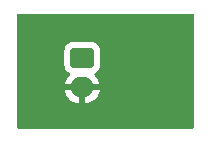
<source format=gbr>
%TF.GenerationSoftware,KiCad,Pcbnew,(6.0.5)*%
%TF.CreationDate,2022-06-04T17:41:56+02:00*%
%TF.ProjectId,KibotTest,4b69626f-7454-4657-9374-2e6b69636164,rev?*%
%TF.SameCoordinates,Original*%
%TF.FileFunction,Copper,L2,Bot*%
%TF.FilePolarity,Positive*%
%FSLAX46Y46*%
G04 Gerber Fmt 4.6, Leading zero omitted, Abs format (unit mm)*
G04 Created by KiCad (PCBNEW (6.0.5)) date 2022-06-04 17:41:56*
%MOMM*%
%LPD*%
G01*
G04 APERTURE LIST*
G04 Aperture macros list*
%AMRoundRect*
0 Rectangle with rounded corners*
0 $1 Rounding radius*
0 $2 $3 $4 $5 $6 $7 $8 $9 X,Y pos of 4 corners*
0 Add a 4 corners polygon primitive as box body*
4,1,4,$2,$3,$4,$5,$6,$7,$8,$9,$2,$3,0*
0 Add four circle primitives for the rounded corners*
1,1,$1+$1,$2,$3*
1,1,$1+$1,$4,$5*
1,1,$1+$1,$6,$7*
1,1,$1+$1,$8,$9*
0 Add four rect primitives between the rounded corners*
20,1,$1+$1,$2,$3,$4,$5,0*
20,1,$1+$1,$4,$5,$6,$7,0*
20,1,$1+$1,$6,$7,$8,$9,0*
20,1,$1+$1,$8,$9,$2,$3,0*%
G04 Aperture macros list end*
%TA.AperFunction,ComponentPad*%
%ADD10RoundRect,0.250000X-0.750000X0.600000X-0.750000X-0.600000X0.750000X-0.600000X0.750000X0.600000X0*%
%TD*%
%TA.AperFunction,ComponentPad*%
%ADD11O,2.000000X1.700000*%
%TD*%
G04 APERTURE END LIST*
D10*
%TO.P,J1,1,Pin_1*%
%TO.N,+5V*%
X51800000Y-48250000D03*
D11*
%TO.P,J1,2,Pin_2*%
%TO.N,GND*%
X51800000Y-50750000D03*
%TD*%
%TA.AperFunction,Conductor*%
%TO.N,GND*%
G36*
X61183621Y-44528502D02*
G01*
X61230114Y-44582158D01*
X61241500Y-44634500D01*
X61241500Y-54115500D01*
X61221498Y-54183621D01*
X61167842Y-54230114D01*
X61115500Y-54241500D01*
X46384500Y-54241500D01*
X46316379Y-54221498D01*
X46269886Y-54167842D01*
X46258500Y-54115500D01*
X46258500Y-51018580D01*
X50318752Y-51018580D01*
X50343477Y-51136421D01*
X50346537Y-51146617D01*
X50427263Y-51351029D01*
X50431994Y-51360561D01*
X50546016Y-51548462D01*
X50552280Y-51557052D01*
X50696327Y-51723052D01*
X50703958Y-51730472D01*
X50873911Y-51869826D01*
X50882678Y-51875850D01*
X51073682Y-51984576D01*
X51083346Y-51989041D01*
X51289941Y-52064031D01*
X51300208Y-52066802D01*
X51517655Y-52106123D01*
X51525884Y-52107056D01*
X51530376Y-52107268D01*
X51543124Y-52103525D01*
X51544329Y-52102135D01*
X51546000Y-52094452D01*
X51546000Y-52085970D01*
X52054000Y-52085970D01*
X52058310Y-52100648D01*
X52070193Y-52102711D01*
X52174325Y-52093876D01*
X52184797Y-52092086D01*
X52397535Y-52036870D01*
X52407575Y-52033335D01*
X52607970Y-51943063D01*
X52617256Y-51937894D01*
X52799575Y-51815150D01*
X52807870Y-51808481D01*
X52966900Y-51656772D01*
X52973941Y-51648814D01*
X53105141Y-51472475D01*
X53110745Y-51463438D01*
X53210357Y-51267516D01*
X53214357Y-51257665D01*
X53279534Y-51047760D01*
X53281817Y-51037376D01*
X53283861Y-51021957D01*
X53281665Y-51007793D01*
X53268478Y-51004000D01*
X52072115Y-51004000D01*
X52056876Y-51008475D01*
X52055671Y-51009865D01*
X52054000Y-51017548D01*
X52054000Y-52085970D01*
X51546000Y-52085970D01*
X51546000Y-51022115D01*
X51541525Y-51006876D01*
X51540135Y-51005671D01*
X51532452Y-51004000D01*
X50333808Y-51004000D01*
X50320277Y-51007973D01*
X50318752Y-51018580D01*
X46258500Y-51018580D01*
X46258500Y-48900400D01*
X50291500Y-48900400D01*
X50302474Y-49006166D01*
X50358450Y-49173946D01*
X50451522Y-49324348D01*
X50576697Y-49449305D01*
X50722258Y-49539030D01*
X50722780Y-49539352D01*
X50770273Y-49592124D01*
X50781697Y-49662196D01*
X50753423Y-49727320D01*
X50743636Y-49737782D01*
X50633094Y-49843234D01*
X50626059Y-49851186D01*
X50494859Y-50027525D01*
X50489255Y-50036562D01*
X50389643Y-50232484D01*
X50385643Y-50242335D01*
X50320466Y-50452240D01*
X50318183Y-50462624D01*
X50316139Y-50478043D01*
X50318335Y-50492207D01*
X50331522Y-50496000D01*
X53266192Y-50496000D01*
X53279723Y-50492027D01*
X53281248Y-50481420D01*
X53256523Y-50363579D01*
X53253463Y-50353383D01*
X53172737Y-50148971D01*
X53168006Y-50139439D01*
X53053984Y-49951538D01*
X53047720Y-49942948D01*
X52903673Y-49776948D01*
X52896044Y-49769530D01*
X52864431Y-49743609D01*
X52824436Y-49684949D01*
X52822504Y-49613979D01*
X52859248Y-49553230D01*
X52878018Y-49539030D01*
X53018120Y-49452332D01*
X53024348Y-49448478D01*
X53149305Y-49323303D01*
X53242115Y-49172738D01*
X53297797Y-49004861D01*
X53308500Y-48900400D01*
X53308500Y-47599600D01*
X53297526Y-47493834D01*
X53241550Y-47326054D01*
X53148478Y-47175652D01*
X53023303Y-47050695D01*
X53017072Y-47046854D01*
X52878968Y-46961725D01*
X52878966Y-46961724D01*
X52872738Y-46957885D01*
X52712254Y-46904655D01*
X52711389Y-46904368D01*
X52711387Y-46904368D01*
X52704861Y-46902203D01*
X52698025Y-46901503D01*
X52698022Y-46901502D01*
X52654969Y-46897091D01*
X52600400Y-46891500D01*
X50999600Y-46891500D01*
X50996354Y-46891837D01*
X50996350Y-46891837D01*
X50900692Y-46901762D01*
X50900688Y-46901763D01*
X50893834Y-46902474D01*
X50887298Y-46904655D01*
X50887296Y-46904655D01*
X50755194Y-46948728D01*
X50726054Y-46958450D01*
X50575652Y-47051522D01*
X50450695Y-47176697D01*
X50357885Y-47327262D01*
X50302203Y-47495139D01*
X50291500Y-47599600D01*
X50291500Y-48900400D01*
X46258500Y-48900400D01*
X46258500Y-44634500D01*
X46278502Y-44566379D01*
X46332158Y-44519886D01*
X46384500Y-44508500D01*
X61115500Y-44508500D01*
X61183621Y-44528502D01*
G37*
%TD.AperFunction*%
%TD*%
M02*

</source>
